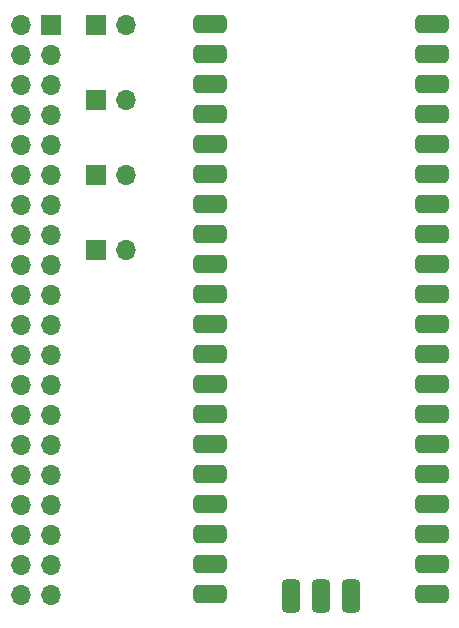
<source format=gbr>
%TF.GenerationSoftware,KiCad,Pcbnew,5.99.0-unknown-881cb3182b~117~ubuntu20.04.1*%
%TF.CreationDate,2021-02-24T10:03:55+00:00*%
%TF.ProjectId,pi400-pico-plate,70693430-302d-4706-9963-6f2d706c6174,rev?*%
%TF.SameCoordinates,Original*%
%TF.FileFunction,Soldermask,Bot*%
%TF.FilePolarity,Negative*%
%FSLAX46Y46*%
G04 Gerber Fmt 4.6, Leading zero omitted, Abs format (unit mm)*
G04 Created by KiCad (PCBNEW 5.99.0-unknown-881cb3182b~117~ubuntu20.04.1) date 2021-02-24 10:03:55*
%MOMM*%
%LPD*%
G01*
G04 APERTURE LIST*
G04 Aperture macros list*
%AMRoundRect*
0 Rectangle with rounded corners*
0 $1 Rounding radius*
0 $2 $3 $4 $5 $6 $7 $8 $9 X,Y pos of 4 corners*
0 Add a 4 corners polygon primitive as box body*
4,1,4,$2,$3,$4,$5,$6,$7,$8,$9,$2,$3,0*
0 Add four circle primitives for the rounded corners*
1,1,$1+$1,$2,$3*
1,1,$1+$1,$4,$5*
1,1,$1+$1,$6,$7*
1,1,$1+$1,$8,$9*
0 Add four rect primitives between the rounded corners*
20,1,$1+$1,$2,$3,$4,$5,0*
20,1,$1+$1,$4,$5,$6,$7,0*
20,1,$1+$1,$6,$7,$8,$9,0*
20,1,$1+$1,$8,$9,$2,$3,0*%
G04 Aperture macros list end*
%ADD10R,1.700000X1.700000*%
%ADD11O,1.700000X1.700000*%
%ADD12C,0.600000*%
%ADD13RoundRect,0.400000X-1.000000X-0.400000X1.000000X-0.400000X1.000000X0.400000X-1.000000X0.400000X0*%
%ADD14RoundRect,0.400000X-0.400000X1.000000X-0.400000X-1.000000X0.400000X-1.000000X0.400000X1.000000X0*%
G04 APERTURE END LIST*
D10*
%TO.C,J1*%
X133985000Y-60960000D03*
D11*
X131445000Y-60960000D03*
X133985000Y-63500000D03*
X131445000Y-63500000D03*
X133985000Y-66040000D03*
X131445000Y-66040000D03*
X133985000Y-68580000D03*
X131445000Y-68580000D03*
X133985000Y-71120000D03*
X131445000Y-71120000D03*
X133985000Y-73660000D03*
X131445000Y-73660000D03*
X133985000Y-76200000D03*
X131445000Y-76200000D03*
X133985000Y-78740000D03*
X131445000Y-78740000D03*
X133985000Y-81280000D03*
X131445000Y-81280000D03*
X133985000Y-83820000D03*
X131445000Y-83820000D03*
X133985000Y-86360000D03*
X131445000Y-86360000D03*
X133985000Y-88900000D03*
X131445000Y-88900000D03*
X133985000Y-91440000D03*
X131445000Y-91440000D03*
X133985000Y-93980000D03*
X131445000Y-93980000D03*
X133985000Y-96520000D03*
X131445000Y-96520000D03*
X133985000Y-99060000D03*
X131445000Y-99060000D03*
X133985000Y-101600000D03*
X131445000Y-101600000D03*
X133985000Y-104140000D03*
X131445000Y-104140000D03*
X133985000Y-106680000D03*
X131445000Y-106680000D03*
X133985000Y-109220000D03*
X131445000Y-109220000D03*
%TD*%
D12*
%TO.C,U1*%
X146345000Y-60940000D03*
D13*
X147445000Y-60940000D03*
D12*
X146345000Y-63480000D03*
D13*
X147445000Y-63480000D03*
D12*
X146345000Y-66020000D03*
D13*
X147445000Y-66020000D03*
D12*
X146345000Y-68560000D03*
D13*
X147445000Y-68560000D03*
D12*
X146345000Y-71100000D03*
D13*
X147445000Y-71100000D03*
X147445000Y-73640000D03*
D12*
X146345000Y-73640000D03*
X146345000Y-76180000D03*
D13*
X147445000Y-76180000D03*
D12*
X146345000Y-78720000D03*
D13*
X147445000Y-78720000D03*
X147445000Y-81260000D03*
D12*
X146345000Y-81260000D03*
D13*
X147445000Y-83800000D03*
D12*
X146345000Y-83800000D03*
X146345000Y-86340000D03*
D13*
X147445000Y-86340000D03*
D12*
X146345000Y-88880000D03*
D13*
X147445000Y-88880000D03*
X147445000Y-91420000D03*
D12*
X146345000Y-91420000D03*
D13*
X147445000Y-93960000D03*
D12*
X146345000Y-93960000D03*
D13*
X147445000Y-96500000D03*
D12*
X146345000Y-96500000D03*
D13*
X147445000Y-99040000D03*
D12*
X146345000Y-99040000D03*
X146345000Y-101580000D03*
D13*
X147445000Y-101580000D03*
X147445000Y-104120000D03*
D12*
X146345000Y-104120000D03*
X146345000Y-106660000D03*
D13*
X147445000Y-106660000D03*
D12*
X146345000Y-109200000D03*
D13*
X147445000Y-109200000D03*
D12*
X167345000Y-109200000D03*
D13*
X166245000Y-109200000D03*
D12*
X167345000Y-106660000D03*
D13*
X166245000Y-106660000D03*
D12*
X167345000Y-104120000D03*
D13*
X166245000Y-104120000D03*
D12*
X167345000Y-101580000D03*
D13*
X166245000Y-101580000D03*
X166245000Y-99040000D03*
D12*
X167345000Y-99040000D03*
D13*
X166245000Y-96500000D03*
D12*
X167345000Y-96500000D03*
X167345000Y-93960000D03*
D13*
X166245000Y-93960000D03*
D12*
X167345000Y-91420000D03*
D13*
X166245000Y-91420000D03*
X166245000Y-88880000D03*
D12*
X167345000Y-88880000D03*
X167345000Y-86340000D03*
D13*
X166245000Y-86340000D03*
X166245000Y-83800000D03*
D12*
X167345000Y-83800000D03*
D13*
X166245000Y-81260000D03*
D12*
X167345000Y-81260000D03*
D13*
X166245000Y-78720000D03*
D12*
X167345000Y-78720000D03*
D13*
X166245000Y-76180000D03*
D12*
X167345000Y-76180000D03*
D13*
X166245000Y-73640000D03*
D12*
X167345000Y-73640000D03*
D13*
X166245000Y-71100000D03*
D12*
X167345000Y-71100000D03*
D13*
X166245000Y-68560000D03*
D12*
X167345000Y-68560000D03*
D13*
X166245000Y-66020000D03*
D12*
X167345000Y-66020000D03*
X167345000Y-63480000D03*
D13*
X166245000Y-63480000D03*
D12*
X167345000Y-60940000D03*
D13*
X166245000Y-60940000D03*
D14*
X154305000Y-109370000D03*
D12*
X154305000Y-110470000D03*
D14*
X156845000Y-109370000D03*
D12*
X156845000Y-110470000D03*
X159385000Y-110470000D03*
D14*
X159385000Y-109370000D03*
%TD*%
D10*
%TO.C,J4*%
X137790000Y-73660000D03*
D11*
X140330000Y-73660000D03*
%TD*%
D10*
%TO.C,J2*%
X137790000Y-67310000D03*
D11*
X140330000Y-67310000D03*
%TD*%
D10*
%TO.C,J5*%
X137790000Y-80010000D03*
D11*
X140330000Y-80010000D03*
%TD*%
D10*
%TO.C,J3*%
X137790000Y-60960000D03*
D11*
X140330000Y-60960000D03*
%TD*%
M02*

</source>
